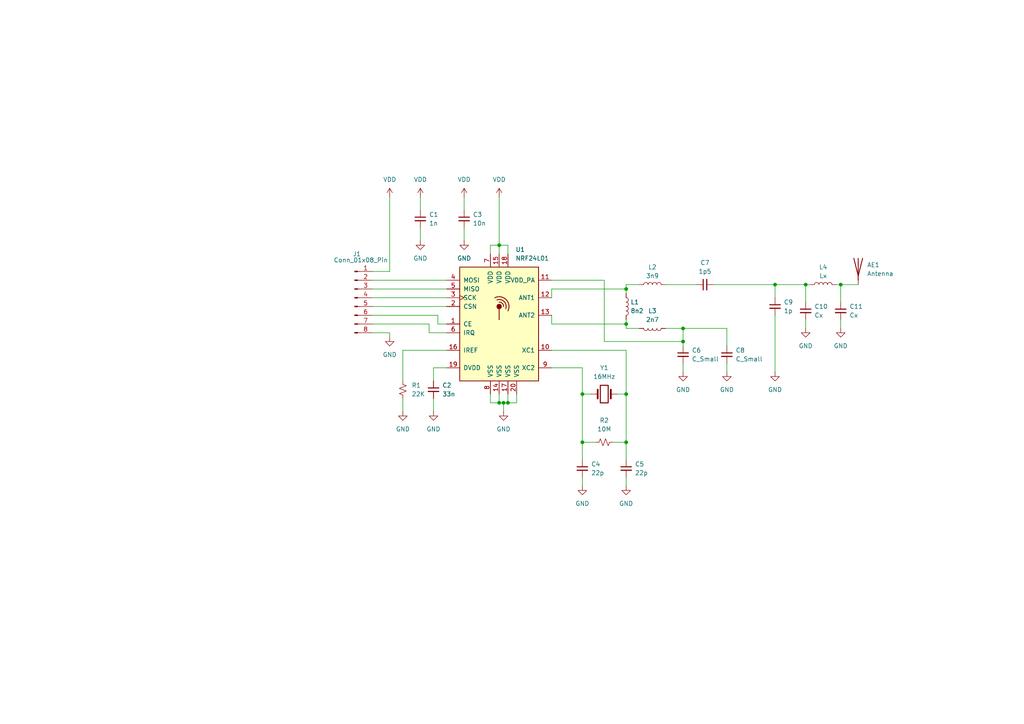
<source format=kicad_sch>
(kicad_sch (version 20231120) (generator "eeschema") (generator_version "8.0")
  (paper "A4")
  (lib_symbols
    (symbol "Connector:Conn_01x08_Pin" (pin_names (offset 1.016) hide)
      (property "Reference" "J" (at 0 10.16 0))
      (property "Value" "Conn_01x08_Pin" (at 0 -12.7 0))
      (symbol "Conn_01x08_Pin_1_1"
        (polyline (pts (xy 1.27 -10.16) (xy 0.8636 -10.16)) (stroke (width 0.1524)))
        (polyline (pts (xy 1.27 -7.62) (xy 0.8636 -7.62)) (stroke (width 0.1524)))
        (polyline (pts (xy 1.27 -5.08) (xy 0.8636 -5.08)) (stroke (width 0.1524)))
        (polyline (pts (xy 1.27 -2.54) (xy 0.8636 -2.54)) (stroke (width 0.1524)))
        (polyline (pts (xy 1.27 0) (xy 0.8636 0)) (stroke (width 0.1524)))
        (polyline (pts (xy 1.27 2.54) (xy 0.8636 2.54)) (stroke (width 0.1524)))
        (polyline (pts (xy 1.27 5.08) (xy 0.8636 5.08)) (stroke (width 0.1524)))
        (polyline (pts (xy 1.27 7.62) (xy 0.8636 7.62)) (stroke (width 0.1524)))
        (rectangle (start 0.8636 -10.033) (end 0 -10.287) (stroke (width 0.1524)) (fill (type outline)))
        (rectangle (start 0.8636 -7.493) (end 0 -7.747) (stroke (width 0.1524)) (fill (type outline)))
        (rectangle (start 0.8636 -4.953) (end 0 -5.207) (stroke (width 0.1524)) (fill (type outline)))
        (rectangle (start 0.8636 -2.413) (end 0 -2.667) (stroke (width 0.1524)) (fill (type outline)))
        (rectangle (start 0.8636 0.127) (end 0 -0.127) (stroke (width 0.1524)) (fill (type outline)))
        (rectangle (start 0.8636 2.667) (end 0 2.413) (stroke (width 0.1524)) (fill (type outline)))
        (rectangle (start 0.8636 5.207) (end 0 4.953) (stroke (width 0.1524)) (fill (type outline)))
        (rectangle (start 0.8636 7.747) (end 0 7.493) (stroke (width 0.1524)) (fill (type outline)))
        (pin passive line (at 5.08 7.62 180) (length 3.81) (name "Pin_1") (number "1"))
        (pin passive line (at 5.08 5.08 180) (length 3.81) (name "Pin_2") (number "2"))
        (pin passive line (at 5.08 2.54 180) (length 3.81) (name "Pin_3") (number "3"))
        (pin passive line (at 5.08 0 180) (length 3.81) (name "Pin_4") (number "4"))
        (pin passive line (at 5.08 -2.54 180) (length 3.81) (name "Pin_5") (number "5"))
        (pin passive line (at 5.08 -5.08 180) (length 3.81) (name "Pin_6") (number "6"))
        (pin passive line (at 5.08 -7.62 180) (length 3.81) (name "Pin_7") (number "7"))
        (pin passive line (at 5.08 -10.16 180) (length 3.81) (name "Pin_8") (number "8"))
      )
    )
    (symbol "Device:Antenna" (pin_numbers hide) (pin_names (offset 1.016) hide)
      (property "Reference" "AE" (at -1.905 1.905 0))
      (property "Value" "Antenna" (at -1.905 0 0))
      (symbol "Antenna_0_1"
        (polyline (pts (xy 0 2.54) (xy 0 -3.81)) (stroke (width 0.254)))
        (polyline (pts (xy 1.27 2.54) (xy 0 -2.54) (xy -1.27 2.54)) (stroke (width 0.254)))
      )
      (symbol "Antenna_1_1"
        (pin input line (at 0 -5.08 90) (length 2.54) (name "A") (number "1"))
      )
    )
    (symbol "Device:C_Small" (pin_numbers hide) (pin_names (offset 0.254) hide)
      (property "Reference" "C" (at 0.254 1.778 0))
      (property "Value" "C_Small" (at 0.254 -2.032 0))
      (symbol "C_Small_0_1"
        (polyline (pts (xy -1.524 -0.508) (xy 1.524 -0.508)) (stroke (width 0.3302)))
        (polyline (pts (xy -1.524 0.508) (xy 1.524 0.508)) (stroke (width 0.3048)))
      )
      (symbol "C_Small_1_1"
        (pin passive line (at 0 2.54 270) (length 2.032) (name "~") (number "1"))
        (pin passive line (at 0 -2.54 90) (length 2.032) (name "~") (number "2"))
      )
    )
    (symbol "Device:Crystal" (pin_numbers hide) (pin_names (offset 1.016) hide)
      (property "Reference" "Y" (at 0 3.81 0))
      (property "Value" "Crystal" (at 0 -3.81 0))
      (symbol "Crystal_0_1"
        (rectangle (start -1.143 2.54) (end 1.143 -2.54) (stroke (width 0.3048)))
        (polyline (pts (xy -2.54 0) (xy -1.905 0)))
        (polyline (pts (xy -1.905 -1.27) (xy -1.905 1.27)) (stroke (width 0.508)))
        (polyline (pts (xy 1.905 -1.27) (xy 1.905 1.27)) (stroke (width 0.508)))
        (polyline (pts (xy 2.54 0) (xy 1.905 0)))
      )
      (symbol "Crystal_1_1"
        (pin passive line (at -3.81 0 0) (length 1.27) (name "1") (number "1"))
        (pin passive line (at 3.81 0 180) (length 1.27) (name "2") (number "2"))
      )
    )
    (symbol "Device:L" (pin_numbers hide) (pin_names (offset 1.016) hide)
      (property "Reference" "L" (at -1.27 0 90))
      (property "Value" "L" (at 1.905 0 90))
      (symbol "L_0_1"
        (arc (start 0 -2.54) (mid 0.6323 -1.905) (end 0 -1.27))
        (arc (start 0 -1.27) (mid 0.6323 -0.635) (end 0 0))
        (arc (start 0 0) (mid 0.6323 0.635) (end 0 1.27))
        (arc (start 0 1.27) (mid 0.6323 1.905) (end 0 2.54))
      )
      (symbol "L_1_1"
        (pin passive line (at 0 3.81 270) (length 1.27) (name "1") (number "1"))
        (pin passive line (at 0 -3.81 90) (length 1.27) (name "2") (number "2"))
      )
    )
    (symbol "Device:R_Small_US" (pin_numbers hide) (pin_names (offset 0.254) hide)
      (property "Reference" "R" (at 0.762 0.508 0))
      (property "Value" "R_Small_US" (at 0.762 -1.016 0))
      (symbol "R_Small_US_1_1"
        (polyline (pts (xy 0 0) (xy 1.016 -0.381) (xy 0 -0.762) (xy -1.016 -1.143) (xy 0 -1.524)))
        (polyline (pts (xy 0 1.524) (xy 1.016 1.143) (xy 0 0.762) (xy -1.016 0.381) (xy 0 0)))
        (pin passive line (at 0 2.54 270) (length 1.016) (name "~") (number "1"))
        (pin passive line (at 0 -2.54 90) (length 1.016) (name "~") (number "2"))
      )
    )
    (symbol "RF:NRF24L01" (pin_names (offset 1.016))
      (property "Reference" "U" (at -11.43 17.78 0))
      (property "Value" "NRF24L01" (at 5.08 17.78 0))
      (symbol "NRF24L01_0_1"
        (rectangle (start -11.43 16.51) (end 11.43 -16.51) (stroke (width 0.254)) (fill (type background)))
        (polyline (pts (xy 0 4.445) (xy 0 1.27)) (stroke (width 0.254)))
        (circle (center 0 5.08) (radius 0.635) (stroke (width 0.254)) (fill (type outline)))
        (arc (start 1.27 5.08) (mid 0.9071 5.9946) (end 0 6.35) (stroke (width 0.254)))
        (arc (start 1.905 4.445) (mid 1.4313 6.5254) (end -0.635 6.985) (stroke (width 0.254)))
        (arc (start 2.54 3.81) (mid 2.008 7.088) (end -1.27 7.62) (stroke (width 0.254)))
        (rectangle (start 11.43 -13.97) (end 11.43 -13.97))
      )
      (symbol "NRF24L01_1_1"
        (pin input line (at -15.24 0 0) (length 3.81) (name "CE") (number "1"))
        (pin passive line (at 15.24 -7.62 180) (length 3.81) (name "XC1") (number "10"))
        (pin power_out line (at 15.24 12.7 180) (length 3.81) (name "VDD_PA") (number "11"))
        (pin passive line (at 15.24 7.62 180) (length 3.81) (name "ANT1") (number "12"))
        (pin passive line (at 15.24 2.54 180) (length 3.81) (name "ANT2") (number "13"))
        (pin power_in line (at 0 -20.32 90) (length 3.81) (name "VSS") (number "14"))
        (pin power_in line (at 0 20.32 270) (length 3.81) (name "VDD") (number "15"))
        (pin passive line (at -15.24 -7.62 0) (length 3.81) (name "IREF") (number "16"))
        (pin power_in line (at 2.54 -20.32 90) (length 3.81) (name "VSS") (number "17"))
        (pin power_in line (at 2.54 20.32 270) (length 3.81) (name "VDD") (number "18"))
        (pin power_out line (at -15.24 -12.7 0) (length 3.81) (name "DVDD") (number "19"))
        (pin input line (at -15.24 5.08 0) (length 3.81) (name "CSN") (number "2"))
        (pin power_in line (at 5.08 -20.32 90) (length 3.81) (name "VSS") (number "20"))
        (pin input clock (at -15.24 7.62 0) (length 3.81) (name "SCK") (number "3"))
        (pin input line (at -15.24 12.7 0) (length 3.81) (name "MOSI") (number "4"))
        (pin output line (at -15.24 10.16 0) (length 3.81) (name "MISO") (number "5"))
        (pin output line (at -15.24 -2.54 0) (length 3.81) (name "IRQ") (number "6"))
        (pin power_in line (at -2.54 20.32 270) (length 3.81) (name "VDD") (number "7"))
        (pin power_in line (at -2.54 -20.32 90) (length 3.81) (name "VSS") (number "8"))
        (pin passive line (at 15.24 -12.7 180) (length 3.81) (name "XC2") (number "9"))
      )
    )
    (symbol "power:GND" (power) (pin_numbers hide) (pin_names (offset 0) hide)
      (property "Value" "GND" (at 0 -3.81 0))
      (symbol "GND_0_1"
        (polyline (pts (xy 0 0) (xy 0 -1.27) (xy 1.27 -1.27) (xy 0 -2.54) (xy -1.27 -1.27) (xy 0 -1.27)))
      )
      (symbol "GND_1_1"
        (pin power_in line (at 0 0 270) (length 0) (name "~") (number "1"))
      )
    )
    (symbol "power:VDD" (power) (pin_numbers hide) (pin_names (offset 0) hide)
      (property "Value" "VDD" (at 0 3.556 0))
      (symbol "VDD_0_1"
        (polyline (pts (xy -0.762 1.27) (xy 0 2.54)))
        (polyline (pts (xy 0 0) (xy 0 2.54)))
        (polyline (pts (xy 0 2.54) (xy 0.762 1.27)))
      )
      (symbol "VDD_1_1"
        (pin power_in line (at 0 0 90) (length 0) (name "~") (number "1"))
      )
    )
  )
  (junction (at 144.78 71.12))
  (junction (at 181.61 128.27))
  (junction (at 181.61 83.82))
  (junction (at 168.91 114.3))
  (junction (at 224.79 82.55))
  (junction (at 198.12 99.06))
  (junction (at 243.84 82.55))
  (junction (at 144.78 116.84))
  (junction (at 147.32 116.84))
  (junction (at 181.61 114.3))
  (junction (at 233.68 82.55))
  (junction (at 198.12 95.25))
  (junction (at 146.05 116.84))
  (junction (at 181.61 93.98))
  (junction (at 168.91 128.27))
  (wire (pts (xy 129.54 96.52) (xy 124.46 96.52)))
  (wire (pts (xy 116.84 115.57) (xy 116.84 119.38)))
  (wire (pts (xy 181.61 133.35) (xy 181.61 128.27)))
  (wire (pts (xy 160.02 106.68) (xy 168.91 106.68)))
  (wire (pts (xy 177.8 128.27) (xy 181.61 128.27)))
  (wire (pts (xy 113.03 96.52) (xy 113.03 97.79)))
  (wire (pts (xy 147.32 71.12) (xy 144.78 71.12)))
  (wire (pts (xy 144.78 116.84) (xy 144.78 114.3)))
  (wire (pts (xy 144.78 71.12) (xy 144.78 73.66)))
  (wire (pts (xy 125.73 115.57) (xy 125.73 119.38)))
  (wire (pts (xy 134.62 66.04) (xy 134.62 69.85)))
  (wire (pts (xy 124.46 93.98) (xy 107.95 93.98)))
  (wire (pts (xy 168.91 138.43) (xy 168.91 140.97)))
  (wire (pts (xy 160.02 83.82) (xy 181.61 83.82)))
  (wire (pts (xy 185.42 82.55) (xy 181.61 82.55)))
  (wire (pts (xy 160.02 81.28) (xy 175.26 81.28)))
  (wire (pts (xy 243.84 92.71) (xy 243.84 95.25)))
  (wire (pts (xy 127 93.98) (xy 127 91.44)))
  (wire (pts (xy 224.79 91.44) (xy 224.79 107.95)))
  (wire (pts (xy 121.92 57.15) (xy 121.92 60.96)))
  (wire (pts (xy 116.84 101.6) (xy 129.54 101.6)))
  (wire (pts (xy 181.61 101.6) (xy 181.61 114.3)))
  (wire (pts (xy 224.79 82.55) (xy 233.68 82.55)))
  (wire (pts (xy 198.12 99.06) (xy 198.12 95.25)))
  (wire (pts (xy 181.61 82.55) (xy 181.61 83.82)))
  (wire (pts (xy 198.12 105.41) (xy 198.12 107.95)))
  (wire (pts (xy 242.57 82.55) (xy 243.84 82.55)))
  (wire (pts (xy 168.91 114.3) (xy 171.45 114.3)))
  (wire (pts (xy 198.12 100.33) (xy 198.12 99.06)))
  (wire (pts (xy 210.82 100.33) (xy 210.82 95.25)))
  (wire (pts (xy 142.24 116.84) (xy 144.78 116.84)))
  (wire (pts (xy 125.73 110.49) (xy 125.73 106.68)))
  (wire (pts (xy 168.91 128.27) (xy 172.72 128.27)))
  (wire (pts (xy 175.26 81.28) (xy 175.26 99.06)))
  (wire (pts (xy 147.32 114.3) (xy 147.32 116.84)))
  (wire (pts (xy 233.68 92.71) (xy 233.68 95.25)))
  (wire (pts (xy 134.62 57.15) (xy 134.62 60.96)))
  (wire (pts (xy 181.61 138.43) (xy 181.61 140.97)))
  (wire (pts (xy 168.91 133.35) (xy 168.91 128.27)))
  (wire (pts (xy 147.32 116.84) (xy 146.05 116.84)))
  (wire (pts (xy 125.73 106.68) (xy 129.54 106.68)))
  (wire (pts (xy 181.61 93.98) (xy 181.61 92.71)))
  (wire (pts (xy 210.82 105.41) (xy 210.82 107.95)))
  (wire (pts (xy 146.05 119.38) (xy 146.05 116.84)))
  (wire (pts (xy 181.61 128.27) (xy 181.61 114.3)))
  (wire (pts (xy 149.86 116.84) (xy 147.32 116.84)))
  (wire (pts (xy 181.61 114.3) (xy 179.07 114.3)))
  (wire (pts (xy 233.68 82.55) (xy 233.68 87.63)))
  (wire (pts (xy 124.46 96.52) (xy 124.46 93.98)))
  (wire (pts (xy 168.91 128.27) (xy 168.91 114.3)))
  (wire (pts (xy 107.95 88.9) (xy 129.54 88.9)))
  (wire (pts (xy 181.61 95.25) (xy 181.61 93.98)))
  (wire (pts (xy 168.91 106.68) (xy 168.91 114.3)))
  (wire (pts (xy 113.03 57.15) (xy 113.03 78.74)))
  (wire (pts (xy 107.95 83.82) (xy 129.54 83.82)))
  (wire (pts (xy 147.32 73.66) (xy 147.32 71.12)))
  (wire (pts (xy 113.03 78.74) (xy 107.95 78.74)))
  (wire (pts (xy 175.26 99.06) (xy 198.12 99.06)))
  (wire (pts (xy 243.84 82.55) (xy 248.92 82.55)))
  (wire (pts (xy 185.42 95.25) (xy 181.61 95.25)))
  (wire (pts (xy 142.24 73.66) (xy 142.24 71.12)))
  (wire (pts (xy 127 91.44) (xy 107.95 91.44)))
  (wire (pts (xy 144.78 57.15) (xy 144.78 71.12)))
  (wire (pts (xy 107.95 86.36) (xy 129.54 86.36)))
  (wire (pts (xy 142.24 71.12) (xy 144.78 71.12)))
  (wire (pts (xy 142.24 114.3) (xy 142.24 116.84)))
  (wire (pts (xy 160.02 91.44) (xy 160.02 93.98)))
  (wire (pts (xy 160.02 93.98) (xy 181.61 93.98)))
  (wire (pts (xy 160.02 86.36) (xy 160.02 83.82)))
  (wire (pts (xy 207.01 82.55) (xy 224.79 82.55)))
  (wire (pts (xy 146.05 116.84) (xy 144.78 116.84)))
  (wire (pts (xy 193.04 82.55) (xy 201.93 82.55)))
  (wire (pts (xy 233.68 82.55) (xy 234.95 82.55)))
  (wire (pts (xy 181.61 83.82) (xy 181.61 85.09)))
  (wire (pts (xy 116.84 110.49) (xy 116.84 101.6)))
  (wire (pts (xy 121.92 66.04) (xy 121.92 69.85)))
  (wire (pts (xy 107.95 96.52) (xy 113.03 96.52)))
  (wire (pts (xy 107.95 81.28) (xy 129.54 81.28)))
  (wire (pts (xy 243.84 82.55) (xy 243.84 87.63)))
  (wire (pts (xy 149.86 114.3) (xy 149.86 116.84)))
  (wire (pts (xy 129.54 93.98) (xy 127 93.98)))
  (wire (pts (xy 160.02 101.6) (xy 181.61 101.6)))
  (wire (pts (xy 198.12 95.25) (xy 210.82 95.25)))
  (wire (pts (xy 198.12 95.25) (xy 193.04 95.25)))
  (wire (pts (xy 224.79 82.55) (xy 224.79 86.36)))
  (symbol (lib_id "Device:Crystal") (at 175.26 114.3 0) (unit 1)
    (property "Reference" "Y1" (at 175.26 106.68 0))
    (property "Value" "16MHz" (at 175.26 109.22 0))
    (property "Footprint" "Crystal:Crystal_SMD_3215-2Pin_3.2x1.5mm" (effects (hide yes)))
    (property "Description" "Two pin crystal" (effects (hide yes)))
  )
  (symbol (lib_id "RF:NRF24L01") (at 144.78 93.98 0) (unit 1)
    (property "Reference" "U1" (at 149.5141 72.39 0) (effects (justify left)))
    (property "Value" "NRF24L01" (at 149.5141 74.93 0) (effects (justify left)))
    (property "Footprint" "Package_DFN_QFN:QFN-20-1EP_4x4mm_P0.5mm_EP2.5x2.5mm" (effects (hide yes)))
    (property "Datasheet" "http://www.nordicsemi.com/eng/content/download/2730/34105/file/nRF24L01_Product_Specification_v2_0.pdf" (effects (hide yes)))
    (property "Description" "Ultra low power 2.4GHz RF Transceiver, QFN-20" (effects (hide yes)))
  )
  (symbol (lib_id "power:VDD") (at 134.62 57.15 0) (unit 1)
    (property "Reference" "#PWR07" (effects (hide yes)))
    (property "Value" "VDD" (at 134.62 52.07 0))
    (property "Description" "Power symbol creates a global label with name \"VDD\"" (effects (hide yes)))
  )
  (symbol (lib_id "power:VDD") (at 144.78 57.15 0) (unit 1)
    (property "Reference" "#PWR09" (effects (hide yes)))
    (property "Value" "VDD" (at 144.78 52.07 0))
    (property "Description" "Power symbol creates a global label with name \"VDD\"" (effects (hide yes)))
  )
  (symbol (lib_id "Device:C_Small") (at 121.92 63.5 0) (unit 1)
    (property "Reference" "C1" (at 124.46 62.2362 0) (effects (justify left)))
    (property "Value" "1n" (at 124.46 64.7762 0) (effects (justify left)))
    (property "Footprint" "Capacitor_SMD:C_0402_1005Metric" (effects (hide yes)))
    (property "Description" "Unpolarized capacitor, small symbol" (effects (hide yes)))
  )
  (symbol (lib_id "Device:L") (at 189.23 82.55 90) (unit 1)
    (property "Reference" "L2" (at 189.23 77.47 90))
    (property "Value" "3n9" (at 189.23 80.01 90))
    (property "Footprint" "Inductor_SMD:L_0402_1005Metric" (effects (hide yes)))
    (property "Description" "Inductor" (effects (hide yes)))
  )
  (symbol (lib_id "Device:L") (at 189.23 95.25 270) (unit 1)
    (property "Reference" "L3" (at 189.23 90.17 90))
    (property "Value" "2n7" (at 189.23 92.71 90))
    (property "Footprint" "Inductor_SMD:L_0402_1005Metric" (effects (hide yes)))
    (property "Description" "Inductor" (effects (hide yes)))
  )
  (symbol (lib_id "power:VDD") (at 113.03 57.15 0) (unit 1)
    (property "Reference" "#PWR01" (effects (hide yes)))
    (property "Value" "VDD" (at 113.03 52.07 0))
    (property "Description" "Power symbol creates a global label with name \"VDD\"" (effects (hide yes)))
  )
  (symbol (lib_id "Connector:Conn_01x08_Pin") (at 102.87 86.36 0) (unit 1)
    (property "Reference" "J1" (at 103.505 73.66 0))
    (property "Value" "Conn_01x08_Pin" (at 104.648 75.438 0))
    (property "Footprint" "Connector_Hirose:Hirose_DF13-08P-1.25DSA_1x08_P1.25mm_Vertical" (effects (hide yes)))
    (property "Description" "Generic connector, single row, 01x08, script generated" (effects (hide yes)))
  )
  (symbol (lib_id "power:GND") (at 113.03 97.79 0) (unit 1)
    (property "Reference" "#PWR02" (effects (hide yes)))
    (property "Value" "GND" (at 113.03 102.87 0))
    (property "Description" "Power symbol creates a global label with name \"GND\" , ground" (effects (hide yes)))
  )
  (symbol (lib_id "Device:R_Small_US") (at 175.26 128.27 90) (unit 1)
    (property "Reference" "R2" (at 175.26 121.92 90))
    (property "Value" "10M" (at 175.26 124.46 90))
    (property "Footprint" "Resistor_SMD:R_0402_1005Metric" (effects (hide yes)))
    (property "Description" "Resistor, small US symbol" (effects (hide yes)))
  )
  (symbol (lib_id "Device:C_Small") (at 204.47 82.55 90) (unit 1)
    (property "Reference" "C7" (at 204.4763 76.2 90))
    (property "Value" "1p5" (at 204.4763 78.74 90))
    (property "Footprint" "Capacitor_SMD:C_0402_1005Metric" (effects (hide yes)))
    (property "Description" "Unpolarized capacitor, small symbol" (effects (hide yes)))
  )
  (symbol (lib_id "Device:C_Small") (at 125.73 113.03 0) (unit 1)
    (property "Reference" "C2" (at 128.27 111.7662 0) (effects (justify left)))
    (property "Value" "33n" (at 128.27 114.3062 0) (effects (justify left)))
    (property "Footprint" "Capacitor_SMD:C_0402_1005Metric" (effects (hide yes)))
    (property "Description" "Unpolarized capacitor, small symbol" (effects (hide yes)))
  )
  (symbol (lib_id "power:GND") (at 181.61 140.97 0) (unit 1)
    (property "Reference" "#PWR012" (effects (hide yes)))
    (property "Value" "GND" (at 181.61 146.05 0))
    (property "Description" "Power symbol creates a global label with name \"GND\" , ground" (effects (hide yes)))
  )
  (symbol (lib_id "Device:L") (at 181.61 88.9 0) (unit 1)
    (property "Reference" "L1" (at 182.88 87.6299 0) (effects (justify left)))
    (property "Value" "8n2" (at 182.88 90.1699 0) (effects (justify left)))
    (property "Footprint" "Inductor_SMD:L_0402_1005Metric" (effects (hide yes)))
    (property "Description" "Inductor" (effects (hide yes)))
  )
  (symbol (lib_id "Device:C_Small") (at 198.12 102.87 0) (unit 1)
    (property "Reference" "C6" (at 200.66 101.6062 0) (effects (justify left)))
    (property "Value" "C_Small" (at 200.66 104.1462 0) (effects (justify left)))
    (property "Footprint" "Capacitor_SMD:C_0402_1005Metric" (effects (hide yes)))
    (property "Description" "Unpolarized capacitor, small symbol" (effects (hide yes)))
  )
  (symbol (lib_id "power:GND") (at 168.91 140.97 0) (unit 1)
    (property "Reference" "#PWR011" (effects (hide yes)))
    (property "Value" "GND" (at 168.91 146.05 0))
    (property "Description" "Power symbol creates a global label with name \"GND\" , ground" (effects (hide yes)))
  )
  (symbol (lib_id "Device:C_Small") (at 134.62 63.5 0) (unit 1)
    (property "Reference" "C3" (at 137.16 62.2362 0) (effects (justify left)))
    (property "Value" "10n" (at 137.16 64.7762 0) (effects (justify left)))
    (property "Footprint" "Capacitor_SMD:C_0402_1005Metric" (effects (hide yes)))
    (property "Description" "Unpolarized capacitor, small symbol" (effects (hide yes)))
  )
  (symbol (lib_id "power:GND") (at 116.84 119.38 0) (unit 1)
    (property "Reference" "#PWR03" (effects (hide yes)))
    (property "Value" "GND" (at 116.84 124.46 0))
    (property "Description" "Power symbol creates a global label with name \"GND\" , ground" (effects (hide yes)))
  )
  (symbol (lib_id "Device:C_Small") (at 243.84 90.17 0) (unit 1)
    (property "Reference" "C11" (at 246.38 88.9062 0) (effects (justify left)))
    (property "Value" "Cx" (at 246.38 91.4462 0) (effects (justify left)))
    (property "Footprint" "Capacitor_SMD:C_0402_1005Metric" (effects (hide yes)))
    (property "Description" "Unpolarized capacitor, small symbol" (effects (hide yes)))
  )
  (symbol (lib_id "power:GND") (at 121.92 69.85 0) (unit 1)
    (property "Reference" "#PWR05" (effects (hide yes)))
    (property "Value" "GND" (at 121.92 74.93 0))
    (property "Description" "Power symbol creates a global label with name \"GND\" , ground" (effects (hide yes)))
  )
  (symbol (lib_id "Device:C_Small") (at 181.61 135.89 0) (unit 1)
    (property "Reference" "C5" (at 184.15 134.6262 0) (effects (justify left)))
    (property "Value" "22p" (at 184.15 137.1662 0) (effects (justify left)))
    (property "Footprint" "Capacitor_SMD:C_0402_1005Metric" (effects (hide yes)))
    (property "Description" "Unpolarized capacitor, small symbol" (effects (hide yes)))
  )
  (symbol (lib_id "power:GND") (at 125.73 119.38 0) (unit 1)
    (property "Reference" "#PWR06" (effects (hide yes)))
    (property "Value" "GND" (at 125.73 124.46 0))
    (property "Description" "Power symbol creates a global label with name \"GND\" , ground" (effects (hide yes)))
  )
  (symbol (lib_id "power:GND") (at 134.62 69.85 0) (unit 1)
    (property "Reference" "#PWR08" (effects (hide yes)))
    (property "Value" "GND" (at 134.62 74.93 0))
    (property "Description" "Power symbol creates a global label with name \"GND\" , ground" (effects (hide yes)))
  )
  (symbol (lib_id "power:VDD") (at 121.92 57.15 0) (unit 1)
    (property "Reference" "#PWR04" (effects (hide yes)))
    (property "Value" "VDD" (at 121.92 52.07 0))
    (property "Description" "Power symbol creates a global label with name \"VDD\"" (effects (hide yes)))
  )
  (symbol (lib_id "power:GND") (at 243.84 95.25 0) (unit 1)
    (property "Reference" "#PWR017" (effects (hide yes)))
    (property "Value" "GND" (at 243.84 100.33 0))
    (property "Description" "Power symbol creates a global label with name \"GND\" , ground" (effects (hide yes)))
  )
  (symbol (lib_id "power:GND") (at 224.79 107.95 0) (unit 1)
    (property "Reference" "#PWR015" (effects (hide yes)))
    (property "Value" "GND" (at 224.79 113.03 0))
    (property "Description" "Power symbol creates a global label with name \"GND\" , ground" (effects (hide yes)))
  )
  (symbol (lib_id "power:GND") (at 233.68 95.25 0) (unit 1)
    (property "Reference" "#PWR016" (effects (hide yes)))
    (property "Value" "GND" (at 233.68 100.33 0))
    (property "Description" "Power symbol creates a global label with name \"GND\" , ground" (effects (hide yes)))
  )
  (symbol (lib_id "Device:R_Small_US") (at 116.84 113.03 0) (unit 1)
    (property "Reference" "R1" (at 119.38 111.7599 0) (effects (justify left)))
    (property "Value" "22K" (at 119.38 114.2999 0) (effects (justify left)))
    (property "Footprint" "Resistor_SMD:R_0402_1005Metric" (effects (hide yes)))
    (property "Description" "Resistor, small US symbol" (effects (hide yes)))
  )
  (symbol (lib_id "Device:L") (at 238.76 82.55 90) (unit 1)
    (property "Reference" "L4" (at 238.76 77.47 90))
    (property "Value" "Lx" (at 238.76 80.01 90))
    (property "Footprint" "Inductor_SMD:L_0402_1005Metric" (effects (hide yes)))
    (property "Description" "Inductor" (effects (hide yes)))
  )
  (symbol (lib_id "Device:Antenna") (at 248.92 77.47 0) (unit 1)
    (property "Reference" "AE1" (at 251.46 76.8349 0) (effects (justify left)))
    (property "Value" "Antenna" (at 251.46 79.3749 0) (effects (justify left)))
    (property "Footprint" "RF_Antenna:Texas_SWRA117D_2.4GHz_Right" (effects (hide yes)))
    (property "Description" "Antenna" (effects (hide yes)))
  )
  (symbol (lib_id "power:GND") (at 146.05 119.38 0) (unit 1)
    (property "Reference" "#PWR010" (effects (hide yes)))
    (property "Value" "GND" (at 146.05 124.46 0))
    (property "Description" "Power symbol creates a global label with name \"GND\" , ground" (effects (hide yes)))
  )
  (symbol (lib_id "power:GND") (at 210.82 107.95 0) (unit 1)
    (property "Reference" "#PWR014" (effects (hide yes)))
    (property "Value" "GND" (at 210.82 113.03 0))
    (property "Description" "Power symbol creates a global label with name \"GND\" , ground" (effects (hide yes)))
  )
  (symbol (lib_id "Device:C_Small") (at 210.82 102.87 0) (unit 1)
    (property "Reference" "C8" (at 213.36 101.6062 0) (effects (justify left)))
    (property "Value" "C_Small" (at 213.36 104.1462 0) (effects (justify left)))
    (property "Footprint" "Capacitor_SMD:C_0402_1005Metric" (effects (hide yes)))
    (property "Description" "Unpolarized capacitor, small symbol" (effects (hide yes)))
  )
  (symbol (lib_id "Device:C_Small") (at 233.68 90.17 0) (unit 1)
    (property "Reference" "C10" (at 236.22 88.9062 0) (effects (justify left)))
    (property "Value" "Cx" (at 236.22 91.4462 0) (effects (justify left)))
    (property "Footprint" "Capacitor_SMD:C_0402_1005Metric" (effects (hide yes)))
    (property "Description" "Unpolarized capacitor, small symbol" (effects (hide yes)))
  )
  (symbol (lib_id "Device:C_Small") (at 224.79 88.9 0) (unit 1)
    (property "Reference" "C9" (at 227.33 87.6362 0) (effects (justify left)))
    (property "Value" "1p" (at 227.33 90.1762 0) (effects (justify left)))
    (property "Footprint" "Capacitor_SMD:C_0402_1005Metric" (effects (hide yes)))
    (property "Description" "Unpolarized capacitor, small symbol" (effects (hide yes)))
  )
  (symbol (lib_id "power:GND") (at 198.12 107.95 0) (unit 1)
    (property "Reference" "#PWR013" (effects (hide yes)))
    (property "Value" "GND" (at 198.12 113.03 0))
    (property "Description" "Power symbol creates a global label with name \"GND\" , ground" (effects (hide yes)))
  )
  (symbol (lib_id "Device:C_Small") (at 168.91 135.89 0) (unit 1)
    (property "Reference" "C4" (at 171.45 134.6262 0) (effects (justify left)))
    (property "Value" "22p" (at 171.45 137.1662 0) (effects (justify left)))
    (property "Footprint" "Capacitor_SMD:C_0402_1005Metric" (effects (hide yes)))
    (property "Description" "Unpolarized capacitor, small symbol" (effects (hide yes)))
  )
)
</source>
